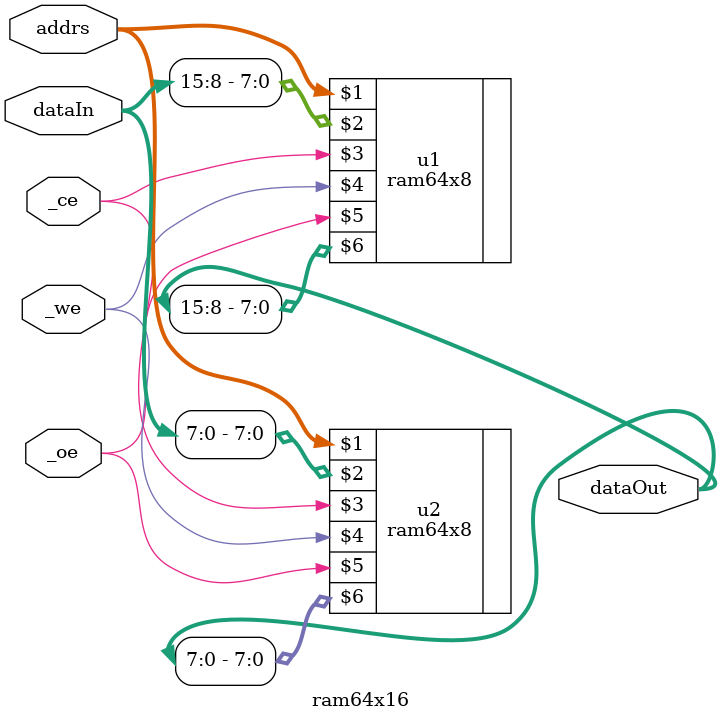
<source format=v>
`include "ram64x8.v"
module ram64x16(addrs, dataIn, _ce, _we, _oe, dataOut);
input[5:0] addrs;
input[15:0] dataIn;
input _ce, _we, _oe;
output [15:0] dataOut;
//first half of data goes to address a on u1
ram64x8 u1(addrs, dataIn[15:8], _ce, _we, _oe, dataOut[15:8]);
//second half of data goes to address a on u2
ram64x8 u2(addrs, dataIn[7:0], _ce, _we, _oe, dataOut[7:0]);
endmodule
</source>
